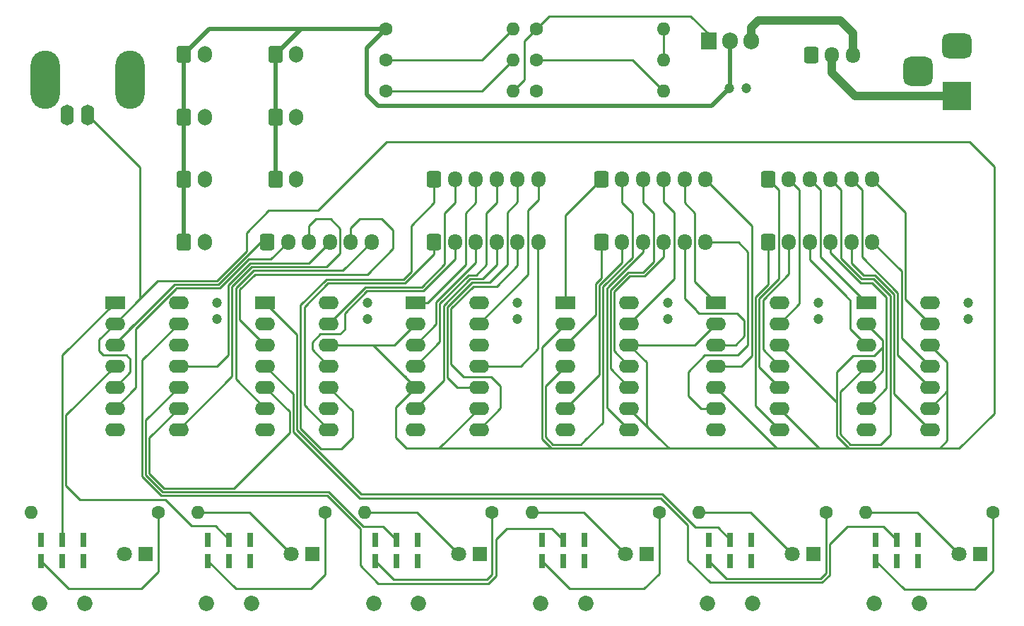
<source format=gbr>
%TF.GenerationSoftware,KiCad,Pcbnew,7.0.8*%
%TF.CreationDate,2024-02-13T18:26:09+01:00*%
%TF.ProjectId,BlankingRelay_Base,426c616e-6b69-46e6-9752-656c61795f42,rev?*%
%TF.SameCoordinates,Original*%
%TF.FileFunction,Copper,L1,Top*%
%TF.FilePolarity,Positive*%
%FSLAX46Y46*%
G04 Gerber Fmt 4.6, Leading zero omitted, Abs format (unit mm)*
G04 Created by KiCad (PCBNEW 7.0.8) date 2024-02-13 18:26:09*
%MOMM*%
%LPD*%
G01*
G04 APERTURE LIST*
G04 Aperture macros list*
%AMRoundRect*
0 Rectangle with rounded corners*
0 $1 Rounding radius*
0 $2 $3 $4 $5 $6 $7 $8 $9 X,Y pos of 4 corners*
0 Add a 4 corners polygon primitive as box body*
4,1,4,$2,$3,$4,$5,$6,$7,$8,$9,$2,$3,0*
0 Add four circle primitives for the rounded corners*
1,1,$1+$1,$2,$3*
1,1,$1+$1,$4,$5*
1,1,$1+$1,$6,$7*
1,1,$1+$1,$8,$9*
0 Add four rect primitives between the rounded corners*
20,1,$1+$1,$2,$3,$4,$5,0*
20,1,$1+$1,$4,$5,$6,$7,0*
20,1,$1+$1,$6,$7,$8,$9,0*
20,1,$1+$1,$8,$9,$2,$3,0*%
G04 Aperture macros list end*
%TA.AperFunction,ComponentPad*%
%ADD10O,1.700000X2.000000*%
%TD*%
%TA.AperFunction,ComponentPad*%
%ADD11RoundRect,0.250000X-0.600000X-0.750000X0.600000X-0.750000X0.600000X0.750000X-0.600000X0.750000X0*%
%TD*%
%TA.AperFunction,ComponentPad*%
%ADD12O,1.700000X1.950000*%
%TD*%
%TA.AperFunction,ComponentPad*%
%ADD13RoundRect,0.250000X-0.600000X-0.725000X0.600000X-0.725000X0.600000X0.725000X-0.600000X0.725000X0*%
%TD*%
%TA.AperFunction,ComponentPad*%
%ADD14R,2.400000X1.600000*%
%TD*%
%TA.AperFunction,ComponentPad*%
%ADD15O,2.400000X1.600000*%
%TD*%
%TA.AperFunction,ComponentPad*%
%ADD16C,1.850000*%
%TD*%
%TA.AperFunction,ComponentPad*%
%ADD17R,0.750000X1.750000*%
%TD*%
%TA.AperFunction,ComponentPad*%
%ADD18C,1.200000*%
%TD*%
%TA.AperFunction,ComponentPad*%
%ADD19C,1.600000*%
%TD*%
%TA.AperFunction,ComponentPad*%
%ADD20O,1.600000X1.600000*%
%TD*%
%TA.AperFunction,ComponentPad*%
%ADD21R,1.800000X1.800000*%
%TD*%
%TA.AperFunction,ComponentPad*%
%ADD22C,1.800000*%
%TD*%
%TA.AperFunction,ComponentPad*%
%ADD23R,1.905000X2.000000*%
%TD*%
%TA.AperFunction,ComponentPad*%
%ADD24O,1.905000X2.000000*%
%TD*%
%TA.AperFunction,ComponentPad*%
%ADD25O,1.600200X2.499360*%
%TD*%
%TA.AperFunction,ComponentPad*%
%ADD26O,3.500120X7.000240*%
%TD*%
%TA.AperFunction,ComponentPad*%
%ADD27R,3.500000X3.500000*%
%TD*%
%TA.AperFunction,ComponentPad*%
%ADD28RoundRect,0.750000X-1.000000X0.750000X-1.000000X-0.750000X1.000000X-0.750000X1.000000X0.750000X0*%
%TD*%
%TA.AperFunction,ComponentPad*%
%ADD29RoundRect,0.875000X-0.875000X0.875000X-0.875000X-0.875000X0.875000X-0.875000X0.875000X0.875000X0*%
%TD*%
%TA.AperFunction,Conductor*%
%ADD30C,0.250000*%
%TD*%
%TA.AperFunction,Conductor*%
%ADD31C,0.500000*%
%TD*%
%TA.AperFunction,Conductor*%
%ADD32C,1.000000*%
%TD*%
G04 APERTURE END LIST*
D10*
%TO.P,J12,2,Pin_2*%
%TO.N,GNDREF*%
X72500000Y-70000000D03*
D11*
%TO.P,J12,1,Pin_1*%
%TO.N,5V*%
X70000000Y-70000000D03*
%TD*%
%TO.P,J13,1,Pin_1*%
%TO.N,5V*%
X81000000Y-70000000D03*
D10*
%TO.P,J13,2,Pin_2*%
%TO.N,GNDREF*%
X83500000Y-70000000D03*
%TD*%
%TO.P,J11,2,Pin_2*%
%TO.N,GNDREF*%
X72500000Y-77500000D03*
D11*
%TO.P,J11,1,Pin_1*%
%TO.N,5V*%
X70000000Y-77500000D03*
%TD*%
D12*
%TO.P,J5,6,Pin_6*%
%TO.N,On_12*%
X112500000Y-70000000D03*
%TO.P,J5,5,Pin_5*%
%TO.N,On_11*%
X110000000Y-70000000D03*
%TO.P,J5,4,Pin_4*%
%TO.N,On_10*%
X107500000Y-70000000D03*
%TO.P,J5,3,Pin_3*%
%TO.N,On_9*%
X105000000Y-70000000D03*
%TO.P,J5,2,Pin_2*%
%TO.N,On_8*%
X102500000Y-70000000D03*
D13*
%TO.P,J5,1,Pin_1*%
%TO.N,On_7*%
X100000000Y-70000000D03*
%TD*%
%TO.P,J6,1,Pin_1*%
%TO.N,Blanking_Out13*%
X120000000Y-77500000D03*
D12*
%TO.P,J6,2,Pin_2*%
%TO.N,Blanking_Out14*%
X122500000Y-77500000D03*
%TO.P,J6,3,Pin_3*%
%TO.N,Blanking_Out15*%
X125000000Y-77500000D03*
%TO.P,J6,4,Pin_4*%
%TO.N,Blanking_Out16*%
X127500000Y-77500000D03*
%TO.P,J6,5,Pin_5*%
%TO.N,Blanking_Out17*%
X130000000Y-77500000D03*
%TO.P,J6,6,Pin_6*%
%TO.N,Blanking_Out18*%
X132500000Y-77500000D03*
%TD*%
D13*
%TO.P,J8,1,Pin_1*%
%TO.N,Blanking_Out19*%
X140000000Y-77500000D03*
D12*
%TO.P,J8,2,Pin_2*%
%TO.N,Blanking_Out20*%
X142500000Y-77500000D03*
%TO.P,J8,3,Pin_3*%
%TO.N,Blanking_Out21*%
X145000000Y-77500000D03*
%TO.P,J8,4,Pin_4*%
%TO.N,Blanking_Out22*%
X147500000Y-77500000D03*
%TO.P,J8,5,Pin_5*%
%TO.N,Blanking_Out23*%
X150000000Y-77500000D03*
%TO.P,J8,6,Pin_6*%
%TO.N,Blanking_Out24*%
X152500000Y-77500000D03*
%TD*%
D10*
%TO.P,J17,2,Pin_2*%
%TO.N,GNDREF*%
X83500000Y-55000000D03*
D11*
%TO.P,J17,1,Pin_1*%
%TO.N,5V*%
X81000000Y-55000000D03*
%TD*%
D10*
%TO.P,J16,2,Pin_2*%
%TO.N,GNDREF*%
X72500000Y-55000000D03*
D11*
%TO.P,J16,1,Pin_1*%
%TO.N,5V*%
X70000000Y-55000000D03*
%TD*%
D10*
%TO.P,J15,2,Pin_2*%
%TO.N,GNDREF*%
X83500000Y-62500000D03*
D11*
%TO.P,J15,1,Pin_1*%
%TO.N,5V*%
X81000000Y-62500000D03*
%TD*%
%TO.P,J14,1,Pin_1*%
%TO.N,5V*%
X70000000Y-62500000D03*
D10*
%TO.P,J14,2,Pin_2*%
%TO.N,GNDREF*%
X72500000Y-62500000D03*
%TD*%
D13*
%TO.P,J9,1,Pin_1*%
%TO.N,On_19*%
X140000000Y-70000000D03*
D12*
%TO.P,J9,2,Pin_2*%
%TO.N,On_20*%
X142500000Y-70000000D03*
%TO.P,J9,3,Pin_3*%
%TO.N,On_21*%
X145000000Y-70000000D03*
%TO.P,J9,4,Pin_4*%
%TO.N,On_22*%
X147500000Y-70000000D03*
%TO.P,J9,5,Pin_5*%
%TO.N,On_23*%
X150000000Y-70000000D03*
%TO.P,J9,6,Pin_6*%
%TO.N,On_24*%
X152500000Y-70000000D03*
%TD*%
D13*
%TO.P,J7,1,Pin_1*%
%TO.N,On_13*%
X120000000Y-70000000D03*
D12*
%TO.P,J7,2,Pin_2*%
%TO.N,On_14*%
X122500000Y-70000000D03*
%TO.P,J7,3,Pin_3*%
%TO.N,On_15*%
X125000000Y-70000000D03*
%TO.P,J7,4,Pin_4*%
%TO.N,On_16*%
X127500000Y-70000000D03*
%TO.P,J7,5,Pin_5*%
%TO.N,On_17*%
X130000000Y-70000000D03*
%TO.P,J7,6,Pin_6*%
%TO.N,On_18*%
X132500000Y-70000000D03*
%TD*%
D13*
%TO.P,J4,1,Pin_1*%
%TO.N,Blanking_Out7*%
X100000000Y-77500000D03*
D12*
%TO.P,J4,2,Pin_2*%
%TO.N,Blanking_Out8*%
X102500000Y-77500000D03*
%TO.P,J4,3,Pin_3*%
%TO.N,Blanking_Out9*%
X105000000Y-77500000D03*
%TO.P,J4,4,Pin_4*%
%TO.N,Blanking_Out10*%
X107500000Y-77500000D03*
%TO.P,J4,5,Pin_5*%
%TO.N,Blanking_Out11*%
X110000000Y-77500000D03*
%TO.P,J4,6,Pin_6*%
%TO.N,Blanking_Out12*%
X112500000Y-77500000D03*
%TD*%
D13*
%TO.P,J3,1,Pin_1*%
%TO.N,Blanking_Out1*%
X80000000Y-77500000D03*
D12*
%TO.P,J3,2,Pin_2*%
%TO.N,Blanking_Out2*%
X82500000Y-77500000D03*
%TO.P,J3,3,Pin_3*%
%TO.N,Blanking_Out3*%
X85000000Y-77500000D03*
%TO.P,J3,4,Pin_4*%
%TO.N,Blanking_Out4*%
X87500000Y-77500000D03*
%TO.P,J3,5,Pin_5*%
%TO.N,Blanking_Out5*%
X90000000Y-77500000D03*
%TO.P,J3,6,Pin_6*%
%TO.N,Blanking_Out6*%
X92500000Y-77500000D03*
%TD*%
D14*
%TO.P,U4,1*%
%TO.N,On_13*%
X115750000Y-84750000D03*
D15*
%TO.P,U4,2*%
%TO.N,Blanking_In*%
X115750000Y-87290000D03*
%TO.P,U4,3*%
%TO.N,Blanking_Out13*%
X115750000Y-89830000D03*
%TO.P,U4,4*%
%TO.N,On_14*%
X115750000Y-92370000D03*
%TO.P,U4,5*%
%TO.N,Blanking_In*%
X115750000Y-94910000D03*
%TO.P,U4,6*%
%TO.N,Blanking_Out14*%
X115750000Y-97450000D03*
%TO.P,U4,7,GND*%
%TO.N,GNDREF*%
X115750000Y-99990000D03*
%TO.P,U4,8*%
%TO.N,Blanking_Out15*%
X123370000Y-99990000D03*
%TO.P,U4,9*%
%TO.N,Blanking_In*%
X123370000Y-97450000D03*
%TO.P,U4,10*%
%TO.N,On_15*%
X123370000Y-94910000D03*
%TO.P,U4,11*%
%TO.N,Blanking_Out16*%
X123370000Y-92370000D03*
%TO.P,U4,12*%
%TO.N,Blanking_In*%
X123370000Y-89830000D03*
%TO.P,U4,13*%
%TO.N,On_16*%
X123370000Y-87290000D03*
%TO.P,U4,14,VCC*%
%TO.N,5V*%
X123370000Y-84750000D03*
%TD*%
D14*
%TO.P,U6,1*%
%TO.N,On_21*%
X151750000Y-84750000D03*
D15*
%TO.P,U6,2*%
%TO.N,Blanking_In*%
X151750000Y-87290000D03*
%TO.P,U6,3*%
%TO.N,Blanking_Out21*%
X151750000Y-89830000D03*
%TO.P,U6,4*%
%TO.N,On_22*%
X151750000Y-92370000D03*
%TO.P,U6,5*%
%TO.N,Blanking_In*%
X151750000Y-94910000D03*
%TO.P,U6,6*%
%TO.N,Blanking_Out22*%
X151750000Y-97450000D03*
%TO.P,U6,7,GND*%
%TO.N,GNDREF*%
X151750000Y-99990000D03*
%TO.P,U6,8*%
%TO.N,Blanking_Out23*%
X159370000Y-99990000D03*
%TO.P,U6,9*%
%TO.N,Blanking_In*%
X159370000Y-97450000D03*
%TO.P,U6,10*%
%TO.N,On_23*%
X159370000Y-94910000D03*
%TO.P,U6,11*%
%TO.N,Blanking_Out24*%
X159370000Y-92370000D03*
%TO.P,U6,12*%
%TO.N,Blanking_In*%
X159370000Y-89830000D03*
%TO.P,U6,13*%
%TO.N,On_24*%
X159370000Y-87290000D03*
%TO.P,U6,14,VCC*%
%TO.N,5V*%
X159370000Y-84750000D03*
%TD*%
D14*
%TO.P,U5,1*%
%TO.N,On_17*%
X133750000Y-84750000D03*
D15*
%TO.P,U5,2*%
%TO.N,Blanking_In*%
X133750000Y-87290000D03*
%TO.P,U5,3*%
%TO.N,Blanking_Out17*%
X133750000Y-89830000D03*
%TO.P,U5,4*%
%TO.N,On_18*%
X133750000Y-92370000D03*
%TO.P,U5,5*%
%TO.N,Blanking_In*%
X133750000Y-94910000D03*
%TO.P,U5,6*%
%TO.N,Blanking_Out18*%
X133750000Y-97450000D03*
%TO.P,U5,7,GND*%
%TO.N,GNDREF*%
X133750000Y-99990000D03*
%TO.P,U5,8*%
%TO.N,Blanking_Out19*%
X141370000Y-99990000D03*
%TO.P,U5,9*%
%TO.N,Blanking_In*%
X141370000Y-97450000D03*
%TO.P,U5,10*%
%TO.N,On_19*%
X141370000Y-94910000D03*
%TO.P,U5,11*%
%TO.N,Blanking_Out20*%
X141370000Y-92370000D03*
%TO.P,U5,12*%
%TO.N,Blanking_In*%
X141370000Y-89830000D03*
%TO.P,U5,13*%
%TO.N,On_20*%
X141370000Y-87290000D03*
%TO.P,U5,14,VCC*%
%TO.N,5V*%
X141370000Y-84750000D03*
%TD*%
D16*
%TO.P,Switch6,*%
%TO.N,*%
X152750000Y-120850000D03*
X158150000Y-120850000D03*
D17*
%TO.P,Switch6,1,A*%
%TO.N,GNDREF*%
X152910000Y-113230000D03*
%TO.P,Switch6,2,B*%
%TO.N,On_6*%
X155450000Y-113230000D03*
%TO.P,Switch6,3,C*%
%TO.N,5V*%
X157990000Y-113230000D03*
%TO.P,Switch6,4,A*%
%TO.N,Net-(R6-Pad1)*%
X152910000Y-115770000D03*
%TO.P,Switch6,5,B*%
%TO.N,5V*%
X155450000Y-115770000D03*
%TO.P,Switch6,6,C*%
%TO.N,unconnected-(Switch6-C-Pad6)*%
X157990000Y-115770000D03*
%TD*%
D14*
%TO.P,U3,1*%
%TO.N,On_9*%
X97750000Y-84750000D03*
D15*
%TO.P,U3,2*%
%TO.N,Blanking_In*%
X97750000Y-87290000D03*
%TO.P,U3,3*%
%TO.N,Blanking_Out9*%
X97750000Y-89830000D03*
%TO.P,U3,4*%
%TO.N,On_10*%
X97750000Y-92370000D03*
%TO.P,U3,5*%
%TO.N,Blanking_In*%
X97750000Y-94910000D03*
%TO.P,U3,6*%
%TO.N,Blanking_Out10*%
X97750000Y-97450000D03*
%TO.P,U3,7,GND*%
%TO.N,GNDREF*%
X97750000Y-99990000D03*
%TO.P,U3,8*%
%TO.N,Blanking_Out11*%
X105370000Y-99990000D03*
%TO.P,U3,9*%
%TO.N,Blanking_In*%
X105370000Y-97450000D03*
%TO.P,U3,10*%
%TO.N,On_11*%
X105370000Y-94910000D03*
%TO.P,U3,11*%
%TO.N,Blanking_Out12*%
X105370000Y-92370000D03*
%TO.P,U3,12*%
%TO.N,Blanking_In*%
X105370000Y-89830000D03*
%TO.P,U3,13*%
%TO.N,On_12*%
X105370000Y-87290000D03*
%TO.P,U3,14,VCC*%
%TO.N,5V*%
X105370000Y-84750000D03*
%TD*%
D14*
%TO.P,U2,1*%
%TO.N,On_5*%
X79750000Y-84750000D03*
D15*
%TO.P,U2,2*%
%TO.N,Blanking_In*%
X79750000Y-87290000D03*
%TO.P,U2,3*%
%TO.N,Blanking_Out5*%
X79750000Y-89830000D03*
%TO.P,U2,4*%
%TO.N,On_6*%
X79750000Y-92370000D03*
%TO.P,U2,5*%
%TO.N,Blanking_In*%
X79750000Y-94910000D03*
%TO.P,U2,6*%
%TO.N,Blanking_Out6*%
X79750000Y-97450000D03*
%TO.P,U2,7,GND*%
%TO.N,GNDREF*%
X79750000Y-99990000D03*
%TO.P,U2,8*%
%TO.N,Blanking_Out7*%
X87370000Y-99990000D03*
%TO.P,U2,9*%
%TO.N,Blanking_In*%
X87370000Y-97450000D03*
%TO.P,U2,10*%
%TO.N,On_7*%
X87370000Y-94910000D03*
%TO.P,U2,11*%
%TO.N,Blanking_Out8*%
X87370000Y-92370000D03*
%TO.P,U2,12*%
%TO.N,Blanking_In*%
X87370000Y-89830000D03*
%TO.P,U2,13*%
%TO.N,On_8*%
X87370000Y-87290000D03*
%TO.P,U2,14,VCC*%
%TO.N,5V*%
X87370000Y-84750000D03*
%TD*%
D14*
%TO.P,U1,1*%
%TO.N,On_1*%
X61750000Y-84750000D03*
D15*
%TO.P,U1,2*%
%TO.N,Blanking_In*%
X61750000Y-87290000D03*
%TO.P,U1,3*%
%TO.N,Blanking_Out1*%
X61750000Y-89830000D03*
%TO.P,U1,4*%
%TO.N,On_2*%
X61750000Y-92370000D03*
%TO.P,U1,5*%
%TO.N,Blanking_In*%
X61750000Y-94910000D03*
%TO.P,U1,6*%
%TO.N,Blanking_Out2*%
X61750000Y-97450000D03*
%TO.P,U1,7,GND*%
%TO.N,GNDREF*%
X61750000Y-99990000D03*
%TO.P,U1,8*%
%TO.N,Blanking_Out3*%
X69370000Y-99990000D03*
%TO.P,U1,9*%
%TO.N,Blanking_In*%
X69370000Y-97450000D03*
%TO.P,U1,10*%
%TO.N,On_3*%
X69370000Y-94910000D03*
%TO.P,U1,11*%
%TO.N,Blanking_Out4*%
X69370000Y-92370000D03*
%TO.P,U1,12*%
%TO.N,Blanking_In*%
X69370000Y-89830000D03*
%TO.P,U1,13*%
%TO.N,On_4*%
X69370000Y-87290000D03*
%TO.P,U1,14,VCC*%
%TO.N,5V*%
X69370000Y-84750000D03*
%TD*%
D18*
%TO.P,C7,1*%
%TO.N,5V*%
X164000000Y-84750000D03*
%TO.P,C7,2*%
%TO.N,GNDREF*%
X164000000Y-86750000D03*
%TD*%
%TO.P,C6,1*%
%TO.N,5V*%
X146000000Y-84750000D03*
%TO.P,C6,2*%
%TO.N,GNDREF*%
X146000000Y-86750000D03*
%TD*%
%TO.P,C5,1*%
%TO.N,5V*%
X128000000Y-84750000D03*
%TO.P,C5,2*%
%TO.N,GNDREF*%
X128000000Y-86750000D03*
%TD*%
%TO.P,C4,1*%
%TO.N,5V*%
X110000000Y-84750000D03*
%TO.P,C4,2*%
%TO.N,GNDREF*%
X110000000Y-86750000D03*
%TD*%
%TO.P,C3,1*%
%TO.N,5V*%
X92000000Y-84750000D03*
%TO.P,C3,2*%
%TO.N,GNDREF*%
X92000000Y-86750000D03*
%TD*%
%TO.P,C2,1*%
%TO.N,5V*%
X74000000Y-84750000D03*
%TO.P,C2,2*%
%TO.N,GNDREF*%
X74000000Y-86750000D03*
%TD*%
D19*
%TO.P,R2,1*%
%TO.N,Net-(R2-Pad1)*%
X86950000Y-109950000D03*
D20*
%TO.P,R2,2*%
%TO.N,Net-(D2-A)*%
X71710000Y-109950000D03*
%TD*%
D21*
%TO.P,D2,1,K*%
%TO.N,GNDREF*%
X85450000Y-114950000D03*
D22*
%TO.P,D2,2,A*%
%TO.N,Net-(D2-A)*%
X82910000Y-114950000D03*
%TD*%
D19*
%TO.P,R10,1*%
%TO.N,Net-(R10-Pad1)*%
X94210000Y-55650000D03*
D20*
%TO.P,R10,2*%
%TO.N,Net-(R10-Pad2)*%
X109450000Y-55650000D03*
%TD*%
D16*
%TO.P,Switch5,*%
%TO.N,*%
X132750000Y-120850000D03*
X138150000Y-120850000D03*
D17*
%TO.P,Switch5,1,A*%
%TO.N,GNDREF*%
X132910000Y-113230000D03*
%TO.P,Switch5,2,B*%
%TO.N,On_5*%
X135450000Y-113230000D03*
%TO.P,Switch5,3,C*%
%TO.N,5V*%
X137990000Y-113230000D03*
%TO.P,Switch5,4,A*%
%TO.N,Net-(R5-Pad1)*%
X132910000Y-115770000D03*
%TO.P,Switch5,5,B*%
%TO.N,5V*%
X135450000Y-115770000D03*
%TO.P,Switch5,6,C*%
%TO.N,unconnected-(Switch5-C-Pad6)*%
X137990000Y-115770000D03*
%TD*%
D23*
%TO.P,U7,1,ADJ*%
%TO.N,Net-(U7-ADJ)*%
X132870000Y-53350000D03*
D24*
%TO.P,U7,2,VO*%
%TO.N,5V*%
X135410000Y-53350000D03*
%TO.P,U7,3,VI*%
%TO.N,+12V*%
X137950000Y-53350000D03*
%TD*%
D21*
%TO.P,D5,1,K*%
%TO.N,GNDREF*%
X145450000Y-114950000D03*
D22*
%TO.P,D5,2,A*%
%TO.N,Net-(D5-A)*%
X142910000Y-114950000D03*
%TD*%
D19*
%TO.P,R9,1*%
%TO.N,Net-(R11-Pad2)*%
X112230000Y-55650000D03*
D20*
%TO.P,R9,2*%
%TO.N,Net-(R7-Pad2)*%
X127470000Y-55650000D03*
%TD*%
D21*
%TO.P,D6,1,K*%
%TO.N,GNDREF*%
X165450000Y-114950000D03*
D22*
%TO.P,D6,2,A*%
%TO.N,Net-(D6-A)*%
X162910000Y-114950000D03*
%TD*%
D13*
%TO.P,J1,1,Pin_1*%
%TO.N,GNDREF*%
X145150000Y-55050000D03*
D12*
%TO.P,J1,2,Pin_2*%
%TO.N,Net-(J1-Pin_2)*%
X147650000Y-55050000D03*
%TO.P,J1,3,Pin_3*%
%TO.N,+12V*%
X150150000Y-55050000D03*
%TD*%
D25*
%TO.P,J2,1,In*%
%TO.N,Blanking_In*%
X58500000Y-62301050D03*
D26*
%TO.P,J2,2,Ext*%
%TO.N,GNDREF*%
X53402220Y-58036390D03*
D25*
X56000640Y-62301050D03*
D26*
X63600320Y-58036390D03*
%TD*%
D27*
%TO.P,J10,1*%
%TO.N,Net-(J1-Pin_2)*%
X162650000Y-60000000D03*
D28*
%TO.P,J10,2*%
%TO.N,GNDREF*%
X162650000Y-54000000D03*
D29*
X157950000Y-57000000D03*
%TD*%
D18*
%TO.P,C1,2*%
%TO.N,GNDREF*%
X137400000Y-59050000D03*
%TO.P,C1,1*%
%TO.N,5V*%
X135400000Y-59050000D03*
%TD*%
D16*
%TO.P,Switch2,*%
%TO.N,*%
X72750000Y-120850000D03*
X78150000Y-120850000D03*
D17*
%TO.P,Switch2,1,A*%
%TO.N,GNDREF*%
X72910000Y-113230000D03*
%TO.P,Switch2,2,B*%
%TO.N,On_2*%
X75450000Y-113230000D03*
%TO.P,Switch2,3,C*%
%TO.N,5V*%
X77990000Y-113230000D03*
%TO.P,Switch2,4,A*%
%TO.N,Net-(R2-Pad1)*%
X72910000Y-115770000D03*
%TO.P,Switch2,5,B*%
%TO.N,5V*%
X75450000Y-115770000D03*
%TO.P,Switch2,6,C*%
%TO.N,unconnected-(Switch2-C-Pad6)*%
X77990000Y-115770000D03*
%TD*%
D16*
%TO.P,Switch4,*%
%TO.N,*%
X112750000Y-120850000D03*
X118150000Y-120850000D03*
D17*
%TO.P,Switch4,1,A*%
%TO.N,GNDREF*%
X112910000Y-113230000D03*
%TO.P,Switch4,2,B*%
%TO.N,On_4*%
X115450000Y-113230000D03*
%TO.P,Switch4,3,C*%
%TO.N,5V*%
X117990000Y-113230000D03*
%TO.P,Switch4,4,A*%
%TO.N,Net-(R4-Pad1)*%
X112910000Y-115770000D03*
%TO.P,Switch4,5,B*%
%TO.N,5V*%
X115450000Y-115770000D03*
%TO.P,Switch4,6,C*%
%TO.N,unconnected-(Switch4-C-Pad6)*%
X117990000Y-115770000D03*
%TD*%
D16*
%TO.P,Switch3,*%
%TO.N,*%
X92750000Y-120850000D03*
X98150000Y-120850000D03*
D17*
%TO.P,Switch3,1,A*%
%TO.N,GNDREF*%
X92910000Y-113230000D03*
%TO.P,Switch3,2,B*%
%TO.N,On_3*%
X95450000Y-113230000D03*
%TO.P,Switch3,3,C*%
%TO.N,5V*%
X97990000Y-113230000D03*
%TO.P,Switch3,4,A*%
%TO.N,Net-(R3-Pad1)*%
X92910000Y-115770000D03*
%TO.P,Switch3,5,B*%
%TO.N,5V*%
X95450000Y-115770000D03*
%TO.P,Switch3,6,C*%
%TO.N,unconnected-(Switch3-C-Pad6)*%
X97990000Y-115770000D03*
%TD*%
D19*
%TO.P,R4,1*%
%TO.N,Net-(R4-Pad1)*%
X126950000Y-109950000D03*
D20*
%TO.P,R4,2*%
%TO.N,Net-(D4-A)*%
X111710000Y-109950000D03*
%TD*%
D19*
%TO.P,R3,1*%
%TO.N,Net-(R3-Pad1)*%
X106950000Y-109950000D03*
D20*
%TO.P,R3,2*%
%TO.N,Net-(D3-A)*%
X91710000Y-109950000D03*
%TD*%
D21*
%TO.P,D1,1,K*%
%TO.N,GNDREF*%
X65450000Y-114950000D03*
D22*
%TO.P,D1,2,A*%
%TO.N,Net-(D1-A)*%
X62910000Y-114950000D03*
%TD*%
D19*
%TO.P,R5,1*%
%TO.N,Net-(R5-Pad1)*%
X146950000Y-109950000D03*
D20*
%TO.P,R5,2*%
%TO.N,Net-(D5-A)*%
X131710000Y-109950000D03*
%TD*%
D16*
%TO.P,Switch1,*%
%TO.N,*%
X52750000Y-120850000D03*
X58150000Y-120850000D03*
D17*
%TO.P,Switch1,1,A*%
%TO.N,GNDREF*%
X52910000Y-113230000D03*
%TO.P,Switch1,2,B*%
%TO.N,On_1*%
X55450000Y-113230000D03*
%TO.P,Switch1,3,C*%
%TO.N,5V*%
X57990000Y-113230000D03*
%TO.P,Switch1,4,A*%
%TO.N,Net-(R1-Pad1)*%
X52910000Y-115770000D03*
%TO.P,Switch1,5,B*%
%TO.N,5V*%
X55450000Y-115770000D03*
%TO.P,Switch1,6,C*%
%TO.N,unconnected-(Switch1-C-Pad6)*%
X57990000Y-115770000D03*
%TD*%
D19*
%TO.P,R12,1*%
%TO.N,5V*%
X94190000Y-51950000D03*
D20*
%TO.P,R12,2*%
%TO.N,Net-(R10-Pad1)*%
X109430000Y-51950000D03*
%TD*%
D19*
%TO.P,R7,1*%
%TO.N,Net-(U7-ADJ)*%
X112230000Y-51950000D03*
D20*
%TO.P,R7,2*%
%TO.N,Net-(R7-Pad2)*%
X127470000Y-51950000D03*
%TD*%
D21*
%TO.P,D4,1,K*%
%TO.N,GNDREF*%
X125450000Y-114950000D03*
D22*
%TO.P,D4,2,A*%
%TO.N,Net-(D4-A)*%
X122910000Y-114950000D03*
%TD*%
D19*
%TO.P,R6,1*%
%TO.N,Net-(R6-Pad1)*%
X166950000Y-109950000D03*
D20*
%TO.P,R6,2*%
%TO.N,Net-(D6-A)*%
X151710000Y-109950000D03*
%TD*%
D19*
%TO.P,R8,1*%
%TO.N,Net-(R10-Pad2)*%
X94230000Y-59350000D03*
D20*
%TO.P,R8,2*%
%TO.N,Net-(U7-ADJ)*%
X109470000Y-59350000D03*
%TD*%
D21*
%TO.P,D3,1,K*%
%TO.N,GNDREF*%
X105450000Y-114950000D03*
D22*
%TO.P,D3,2,A*%
%TO.N,Net-(D3-A)*%
X102910000Y-114950000D03*
%TD*%
D19*
%TO.P,R11,1*%
%TO.N,GNDREF*%
X112230000Y-59350000D03*
D20*
%TO.P,R11,2*%
%TO.N,Net-(R11-Pad2)*%
X127470000Y-59350000D03*
%TD*%
D19*
%TO.P,R1,1*%
%TO.N,Net-(R1-Pad1)*%
X66950000Y-109950000D03*
D20*
%TO.P,R1,2*%
%TO.N,Net-(D1-A)*%
X51710000Y-109950000D03*
%TD*%
D30*
%TO.N,Blanking_In*%
X162900000Y-102225000D02*
X159275000Y-102225000D01*
X167075000Y-98050000D02*
X162900000Y-102225000D01*
X167075000Y-68425000D02*
X167075000Y-98050000D01*
X164150000Y-65500000D02*
X167075000Y-68425000D01*
X94275000Y-65500000D02*
X164150000Y-65500000D01*
X86050000Y-73725000D02*
X94275000Y-65500000D01*
X80175000Y-73725000D02*
X86050000Y-73725000D01*
X77500000Y-76400000D02*
X80175000Y-73725000D01*
X77500000Y-78593020D02*
X77500000Y-76400000D01*
X73943020Y-82150000D02*
X77500000Y-78593020D01*
X66890000Y-82150000D02*
X73943020Y-82150000D01*
X64557500Y-84482500D02*
X66890000Y-82150000D01*
X64557500Y-84482500D02*
X64750000Y-84290000D01*
X61750000Y-87290000D02*
X64557500Y-84482500D01*
X159275000Y-102225000D02*
X151100000Y-102225000D01*
X160575000Y-102225000D02*
X159275000Y-102225000D01*
X64750000Y-69700000D02*
X64750000Y-68551050D01*
X64750000Y-68551050D02*
X58500000Y-62301050D01*
D31*
%TO.N,5V*%
X70000000Y-70000000D02*
X70000000Y-77500000D01*
X70000000Y-62500000D02*
X70000000Y-70000000D01*
X70000000Y-55000000D02*
X70000000Y-62500000D01*
X81000000Y-62500000D02*
X81000000Y-70000000D01*
X81000000Y-55000000D02*
X81000000Y-62500000D01*
X73050000Y-51950000D02*
X70000000Y-55000000D01*
X84050000Y-51950000D02*
X73050000Y-51950000D01*
X84050000Y-51950000D02*
X81000000Y-55000000D01*
X94190000Y-51950000D02*
X84050000Y-51950000D01*
D30*
%TO.N,Blanking_In*%
X64750000Y-69275000D02*
X64750000Y-68800000D01*
X64750000Y-69700000D02*
X64750000Y-69275000D01*
X64750000Y-84290000D02*
X64750000Y-69700000D01*
X95210000Y-89830000D02*
X87370000Y-89830000D01*
X97750000Y-87290000D02*
X95210000Y-89830000D01*
X92670000Y-89830000D02*
X97750000Y-94910000D01*
X87370000Y-89830000D02*
X92670000Y-89830000D01*
%TO.N,Blanking_Out8*%
X102500000Y-79536396D02*
X102500000Y-77500000D01*
X98681396Y-83355000D02*
X102500000Y-79536396D01*
X89275000Y-88025000D02*
X89275000Y-86021396D01*
X86325000Y-88550000D02*
X88750000Y-88550000D01*
X88750000Y-88550000D02*
X89275000Y-88025000D01*
X91941396Y-83355000D02*
X98681396Y-83355000D01*
X85375000Y-89500000D02*
X86325000Y-88550000D01*
X85375000Y-90375000D02*
X85375000Y-89500000D01*
X87370000Y-92370000D02*
X85375000Y-90375000D01*
X89275000Y-86021396D02*
X91941396Y-83355000D01*
%TO.N,Blanking_In*%
X61750000Y-94910000D02*
X63600000Y-93060000D01*
X63600000Y-91525000D02*
X63600000Y-93060000D01*
X60375000Y-91075000D02*
X63150000Y-91075000D01*
X63150000Y-91075000D02*
X63600000Y-91525000D01*
X59850000Y-90550000D02*
X60375000Y-91075000D01*
X61750000Y-87290000D02*
X59850000Y-89190000D01*
X59850000Y-89190000D02*
X59850000Y-90550000D01*
%TO.N,Blanking_Out1*%
X68863604Y-82600000D02*
X72875000Y-82600000D01*
X61750000Y-89713604D02*
X68863604Y-82600000D01*
X61750000Y-89830000D02*
X61750000Y-89713604D01*
X68863604Y-82600000D02*
X74129416Y-82600000D01*
X74129416Y-82600000D02*
X79229416Y-77500000D01*
X79229416Y-77500000D02*
X80000000Y-77500000D01*
X63427500Y-88036104D02*
X68863604Y-82600000D01*
%TO.N,Blanking_Out2*%
X69050000Y-83075000D02*
X69050000Y-83050000D01*
X64227500Y-89325000D02*
X64227500Y-87897500D01*
X64227500Y-87897500D02*
X69050000Y-83075000D01*
X74315812Y-83050000D02*
X69050000Y-83050000D01*
X64227500Y-89325000D02*
X64227500Y-94972500D01*
X77790812Y-79575000D02*
X74315812Y-83050000D01*
X80425000Y-79575000D02*
X77790812Y-79575000D01*
X82500000Y-77500000D02*
X80425000Y-79575000D01*
%TO.N,Blanking_Out4*%
X74005000Y-92370000D02*
X69370000Y-92370000D01*
X75350000Y-82652208D02*
X75350000Y-91025000D01*
X75350000Y-91025000D02*
X74005000Y-92370000D01*
X77977208Y-80025000D02*
X75350000Y-82652208D01*
X84975000Y-80025000D02*
X77977208Y-80025000D01*
X87500000Y-77500000D02*
X84975000Y-80025000D01*
%TO.N,Blanking_Out3*%
X85000000Y-75575000D02*
X85000000Y-77500000D01*
X85825000Y-74750000D02*
X85000000Y-75575000D01*
X87600000Y-74750000D02*
X85825000Y-74750000D01*
X88750000Y-75900000D02*
X87600000Y-74750000D01*
X88750000Y-78825000D02*
X88750000Y-75900000D01*
X87100000Y-80475000D02*
X88750000Y-78825000D01*
X78163604Y-80475000D02*
X87100000Y-80475000D01*
X75800000Y-82838604D02*
X78163604Y-80475000D01*
X75800000Y-93560000D02*
X75800000Y-82838604D01*
X69370000Y-99990000D02*
X75800000Y-93560000D01*
%TO.N,Blanking_Out2*%
X63800000Y-95400000D02*
X61750000Y-97450000D01*
X64227500Y-94972500D02*
X63800000Y-95400000D01*
X64050000Y-95150000D02*
X63800000Y-95400000D01*
%TO.N,Blanking_Out5*%
X76700000Y-83211396D02*
X76700000Y-86780000D01*
X91975000Y-81375000D02*
X78536396Y-81375000D01*
X78536396Y-81375000D02*
X76700000Y-83211396D01*
X95075000Y-76100000D02*
X95075000Y-78275000D01*
X95075000Y-78275000D02*
X91975000Y-81375000D01*
X91050000Y-74750000D02*
X93725000Y-74750000D01*
X93725000Y-74750000D02*
X95075000Y-76100000D01*
X90000000Y-75800000D02*
X91050000Y-74750000D01*
X90000000Y-77500000D02*
X90000000Y-75800000D01*
X76700000Y-86780000D02*
X79750000Y-89830000D01*
%TO.N,Blanking_Out6*%
X89075000Y-80925000D02*
X92500000Y-77500000D01*
X76250000Y-83025000D02*
X78350000Y-80925000D01*
X78350000Y-80925000D02*
X89075000Y-80925000D01*
X79750000Y-97450000D02*
X76250000Y-93950000D01*
X76250000Y-93950000D02*
X76250000Y-83025000D01*
%TO.N,On_11*%
X110000000Y-72675000D02*
X110000000Y-70000000D01*
X104513604Y-82350000D02*
X106650000Y-82350000D01*
X101590000Y-85273604D02*
X104513604Y-82350000D01*
X108750000Y-73925000D02*
X110000000Y-72675000D01*
X101590000Y-93725000D02*
X101590000Y-85273604D01*
X102775000Y-94910000D02*
X101590000Y-93725000D01*
X106650000Y-82350000D02*
X108750000Y-80250000D01*
X105370000Y-94910000D02*
X102775000Y-94910000D01*
X108750000Y-80250000D02*
X108750000Y-73925000D01*
%TO.N,Blanking_In*%
X96668878Y-102225000D02*
X99725000Y-102225000D01*
X95367500Y-100923622D02*
X96668878Y-102225000D01*
X95367500Y-97292500D02*
X95367500Y-100923622D01*
X97750000Y-94910000D02*
X95367500Y-97292500D01*
X96465000Y-93625000D02*
X97750000Y-94910000D01*
%TO.N,Blanking_Out7*%
X100000000Y-78955000D02*
X100000000Y-77500000D01*
X96500000Y-82455000D02*
X100000000Y-78955000D01*
X84462500Y-97082500D02*
X84462500Y-85262500D01*
X87270000Y-82455000D02*
X96500000Y-82455000D01*
X87370000Y-99990000D02*
X84462500Y-97082500D01*
X84462500Y-85262500D02*
X87270000Y-82455000D01*
%TO.N,On_7*%
X100000000Y-72800000D02*
X100000000Y-70000000D01*
X97250000Y-75550000D02*
X100000000Y-72800000D01*
X97250000Y-81068604D02*
X97250000Y-75550000D01*
X96313604Y-82005000D02*
X97250000Y-81068604D01*
X90200000Y-100925000D02*
X88850000Y-102275000D01*
X90200000Y-97740000D02*
X90200000Y-100925000D01*
X84012500Y-85076104D02*
X87083604Y-82005000D01*
X87083604Y-82005000D02*
X96313604Y-82005000D01*
X87370000Y-94910000D02*
X90200000Y-97740000D01*
X88850000Y-102275000D02*
X86411396Y-102275000D01*
X86411396Y-102275000D02*
X84012500Y-99876104D01*
X84012500Y-99876104D02*
X84012500Y-85076104D01*
%TO.N,On_8*%
X101250000Y-74025000D02*
X101250000Y-80150000D01*
X101250000Y-80150000D02*
X98495000Y-82905000D01*
X98495000Y-82905000D02*
X91755000Y-82905000D01*
X102500000Y-72775000D02*
X101250000Y-74025000D01*
X87370000Y-87290000D02*
X91755000Y-82905000D01*
X102500000Y-70000000D02*
X102500000Y-72775000D01*
%TO.N,On_9*%
X103750000Y-74025000D02*
X103750000Y-80200000D01*
X99200000Y-84750000D02*
X97750000Y-84750000D01*
X105000000Y-72775000D02*
X103750000Y-74025000D01*
X103750000Y-80200000D02*
X99200000Y-84750000D01*
X105000000Y-70000000D02*
X105000000Y-72775000D01*
%TO.N,On_10*%
X104140812Y-81450000D02*
X105025000Y-81450000D01*
X106275000Y-74025000D02*
X107500000Y-72800000D01*
X100690000Y-84900812D02*
X104140812Y-81450000D01*
X100690000Y-89430000D02*
X100690000Y-84900812D01*
X105025000Y-81450000D02*
X106275000Y-80200000D01*
X97750000Y-92370000D02*
X100690000Y-89430000D01*
X106275000Y-80200000D02*
X106275000Y-74025000D01*
X107500000Y-72800000D02*
X107500000Y-70000000D01*
%TO.N,Blanking_Out10*%
X101140000Y-94060000D02*
X97750000Y-97450000D01*
X105800000Y-81900000D02*
X104327208Y-81900000D01*
X104327208Y-81900000D02*
X101140000Y-85087208D01*
X107500000Y-77500000D02*
X107500000Y-80200000D01*
X107500000Y-80200000D02*
X105800000Y-81900000D01*
X101140000Y-85087208D02*
X101140000Y-94060000D01*
%TO.N,Blanking_Out9*%
X105000000Y-79954416D02*
X105000000Y-77500000D01*
X100240000Y-84714416D02*
X105000000Y-79954416D01*
X100240000Y-87340000D02*
X100240000Y-84714416D01*
X97750000Y-89830000D02*
X100240000Y-87340000D01*
%TO.N,Blanking_In*%
X100595000Y-102225000D02*
X99725000Y-102225000D01*
X105370000Y-97450000D02*
X100595000Y-102225000D01*
X110145000Y-102225000D02*
X99725000Y-102225000D01*
%TO.N,Blanking_Out11*%
X110000000Y-80325000D02*
X110000000Y-77500000D01*
X104700000Y-82800000D02*
X107525000Y-82800000D01*
X102040000Y-92125000D02*
X102040000Y-85460000D01*
X102040000Y-85460000D02*
X104700000Y-82800000D01*
X107525000Y-82800000D02*
X110000000Y-80325000D01*
X107925000Y-94775000D02*
X106800000Y-93650000D01*
X106800000Y-93650000D02*
X103565000Y-93650000D01*
X103565000Y-93650000D02*
X102040000Y-92125000D01*
X107925000Y-97435000D02*
X107925000Y-94775000D01*
X105370000Y-99990000D02*
X107925000Y-97435000D01*
%TO.N,On_12*%
X105370000Y-87290000D02*
X111275000Y-81385000D01*
X111275000Y-81385000D02*
X111275000Y-73675000D01*
X111275000Y-73675000D02*
X112500000Y-72450000D01*
X112500000Y-72450000D02*
X112500000Y-70000000D01*
%TO.N,Blanking_Out12*%
X110405000Y-92370000D02*
X112450000Y-90325000D01*
X105370000Y-92370000D02*
X110405000Y-92370000D01*
X112450000Y-77550000D02*
X112450000Y-90325000D01*
X112500000Y-77500000D02*
X112450000Y-77550000D01*
%TO.N,On_13*%
X115750000Y-74250000D02*
X120000000Y-70000000D01*
X115750000Y-84750000D02*
X115750000Y-74250000D01*
%TO.N,Blanking_Out13*%
X120000000Y-81818020D02*
X120000000Y-77500000D01*
X119325000Y-82493020D02*
X120000000Y-81818020D01*
X117490000Y-88090000D02*
X119325000Y-86255000D01*
X119325000Y-86255000D02*
X119325000Y-82493020D01*
X117490000Y-88090000D02*
X115750000Y-89830000D01*
X117750000Y-87830000D02*
X117490000Y-88090000D01*
%TO.N,Blanking_Out14*%
X122500000Y-79954416D02*
X119775000Y-82679416D01*
X119775000Y-82679416D02*
X119775000Y-93425000D01*
X122500000Y-77500000D02*
X122500000Y-79954416D01*
X115750000Y-97450000D02*
X117762500Y-95437500D01*
X117762500Y-95437500D02*
X118200000Y-95000000D01*
X119775000Y-93425000D02*
X117762500Y-95437500D01*
%TO.N,On_14*%
X120225000Y-99150000D02*
X118125000Y-101250000D01*
X120225000Y-82865812D02*
X120225000Y-99150000D01*
X123750000Y-79340812D02*
X120225000Y-82865812D01*
X123750000Y-74000000D02*
X123750000Y-79340812D01*
X122500000Y-72750000D02*
X123750000Y-74000000D01*
X122500000Y-70000000D02*
X122500000Y-72750000D01*
X118125000Y-101250000D02*
X118650000Y-100725000D01*
X117600000Y-101775000D02*
X118125000Y-101250000D01*
%TO.N,Blanking_Out15*%
X120675000Y-83052208D02*
X120675000Y-97295000D01*
X120976104Y-82751104D02*
X120675000Y-83052208D01*
X120827500Y-97447500D02*
X123370000Y-99990000D01*
X125000000Y-78727208D02*
X120976104Y-82751104D01*
X120675000Y-97295000D02*
X120827500Y-97447500D01*
X125000000Y-77500000D02*
X125000000Y-78727208D01*
%TO.N,On_15*%
X126275000Y-74000000D02*
X125000000Y-72725000D01*
X125000000Y-72725000D02*
X125000000Y-70000000D01*
X126275000Y-79888604D02*
X126275000Y-74000000D01*
X123238604Y-81125000D02*
X125038604Y-81125000D01*
X121125000Y-92665000D02*
X121125000Y-83238604D01*
X121125000Y-83238604D02*
X123238604Y-81125000D01*
X125038604Y-81125000D02*
X126275000Y-79888604D01*
X123370000Y-94910000D02*
X121125000Y-92665000D01*
%TO.N,On_16*%
X127500000Y-72675000D02*
X128750000Y-73925000D01*
X128750000Y-73925000D02*
X128750000Y-81910000D01*
X127500000Y-70000000D02*
X127500000Y-72675000D01*
X128750000Y-81910000D02*
X123370000Y-87290000D01*
%TO.N,Blanking_Out16*%
X127500000Y-79300000D02*
X127500000Y-77500000D01*
X125225000Y-81575000D02*
X127500000Y-79300000D01*
X121575000Y-83425000D02*
X123425000Y-81575000D01*
X121575000Y-90575000D02*
X121575000Y-83425000D01*
X123370000Y-92370000D02*
X121575000Y-90575000D01*
X123425000Y-81575000D02*
X125225000Y-81575000D01*
%TO.N,Blanking_Out17*%
X130000000Y-84275000D02*
X130612500Y-84887500D01*
X130000000Y-77500000D02*
X130000000Y-84275000D01*
X130612500Y-84887500D02*
X131375000Y-85650000D01*
%TO.N,On_17*%
X131250000Y-82250000D02*
X132262500Y-83262500D01*
X131250000Y-74025000D02*
X131250000Y-82250000D01*
X130000000Y-70000000D02*
X130000000Y-72775000D01*
X130000000Y-72775000D02*
X131250000Y-74025000D01*
X132262500Y-83262500D02*
X133750000Y-84750000D01*
X131825000Y-82825000D02*
X132262500Y-83262500D01*
%TO.N,Blanking_Out18*%
X137595000Y-78670000D02*
X137595000Y-82125000D01*
X136425000Y-77500000D02*
X137595000Y-78670000D01*
X132500000Y-77500000D02*
X136425000Y-77500000D01*
X137595000Y-89825000D02*
X137595000Y-82125000D01*
X137595000Y-82125000D02*
X137595000Y-81981396D01*
%TO.N,On_18*%
X138045000Y-75545000D02*
X132500000Y-70000000D01*
X138045000Y-81900000D02*
X138045000Y-75545000D01*
X138045000Y-81900000D02*
X138045000Y-81795000D01*
X138045000Y-91130000D02*
X138045000Y-81900000D01*
%TO.N,On_19*%
X141275000Y-71275000D02*
X141275000Y-76775000D01*
X141087500Y-71087500D02*
X141275000Y-71275000D01*
X141275000Y-76775000D02*
X141275000Y-81933604D01*
X141275000Y-75325000D02*
X141275000Y-76775000D01*
X141087500Y-71087500D02*
X140000000Y-70000000D01*
X141325000Y-71325000D02*
X141087500Y-71087500D01*
X141325000Y-71625000D02*
X141325000Y-71325000D01*
%TO.N,On_21*%
X146250000Y-71225000D02*
X146250000Y-79250000D01*
X146125000Y-71100000D02*
X146250000Y-71225000D01*
X146100000Y-71100000D02*
X146125000Y-71100000D01*
X146250000Y-79250000D02*
X151750000Y-84750000D01*
X145000000Y-70000000D02*
X146100000Y-71100000D01*
%TO.N,Blanking_Out19*%
X138495000Y-84077208D02*
X138495000Y-84300000D01*
X140000000Y-77500000D02*
X140000000Y-82572208D01*
X138495000Y-97115000D02*
X138495000Y-84300000D01*
X140000000Y-82572208D02*
X138495000Y-84077208D01*
%TO.N,On_19*%
X138945000Y-84263604D02*
X138945000Y-84400000D01*
X141275000Y-81933604D02*
X138945000Y-84263604D01*
X138945000Y-84400000D02*
X138945000Y-92485000D01*
%TO.N,Blanking_Out20*%
X142500000Y-81345000D02*
X139395000Y-84450000D01*
X142500000Y-77500000D02*
X142500000Y-81345000D01*
X139395000Y-90395000D02*
X139395000Y-84450000D01*
%TO.N,On_20*%
X143750000Y-84910000D02*
X141370000Y-87290000D01*
X143750000Y-71250000D02*
X143750000Y-84910000D01*
X142500000Y-70000000D02*
X143750000Y-71250000D01*
%TO.N,On_23*%
X155550000Y-83590812D02*
X155550000Y-91090000D01*
X151275000Y-79315812D02*
X155550000Y-83590812D01*
X151275000Y-71275000D02*
X151275000Y-79315812D01*
X150000000Y-70000000D02*
X151275000Y-71275000D01*
X155550000Y-91090000D02*
X159370000Y-94910000D01*
%TO.N,Blanking_Out23*%
X152785292Y-81462500D02*
X155100000Y-83777208D01*
X151423896Y-81462500D02*
X152785292Y-81462500D01*
X155100000Y-83777208D02*
X155100000Y-95720000D01*
X150000000Y-80038604D02*
X151423896Y-81462500D01*
X150000000Y-77500000D02*
X150000000Y-80038604D01*
X155100000Y-95720000D02*
X159370000Y-99990000D01*
%TO.N,On_22*%
X148675000Y-95445000D02*
X151750000Y-92370000D01*
X148675000Y-100575000D02*
X148675000Y-95445000D01*
X149875000Y-101775000D02*
X148675000Y-100575000D01*
X154650000Y-100625000D02*
X153500000Y-101775000D01*
X151237500Y-81912500D02*
X152598896Y-81912500D01*
X148750000Y-79425000D02*
X151237500Y-81912500D01*
X148750000Y-71250000D02*
X148750000Y-79425000D01*
X152598896Y-81912500D02*
X154650000Y-83963604D01*
X154650000Y-83963604D02*
X154650000Y-100625000D01*
X147500000Y-70000000D02*
X148750000Y-71250000D01*
X153500000Y-101775000D02*
X149875000Y-101775000D01*
%TO.N,Blanking_Out21*%
X145000000Y-79625000D02*
X149300000Y-83925000D01*
X149300000Y-83925000D02*
X149875000Y-84500000D01*
X148725000Y-83350000D02*
X149300000Y-83925000D01*
X145000000Y-77500000D02*
X145000000Y-79625000D01*
%TO.N,Blanking_Out22*%
X151138604Y-82450000D02*
X152225000Y-82450000D01*
X147500000Y-78811396D02*
X151138604Y-82450000D01*
X147500000Y-77500000D02*
X147500000Y-78811396D01*
X152500000Y-82450000D02*
X152225000Y-82450000D01*
%TO.N,Blanking_Out24*%
X156000000Y-81000000D02*
X152500000Y-77500000D01*
X156000000Y-83650000D02*
X156000000Y-81000000D01*
X156000000Y-83650000D02*
X156000000Y-89000000D01*
X156000000Y-83404416D02*
X156000000Y-83650000D01*
%TO.N,On_24*%
X156450000Y-73950000D02*
X152500000Y-70000000D01*
X156450000Y-81500000D02*
X156450000Y-73950000D01*
X156450000Y-81500000D02*
X156450000Y-80550000D01*
X156450000Y-82550000D02*
X156450000Y-81500000D01*
D31*
%TO.N,5V*%
X133262500Y-61187500D02*
X93300000Y-61187500D01*
X135410000Y-53350000D02*
X135410000Y-59040000D01*
X135400000Y-59050000D02*
X133262500Y-61187500D01*
D30*
X135410000Y-59040000D02*
X135400000Y-59050000D01*
%TO.N,Blanking_Out18*%
X132425000Y-91075000D02*
X136345000Y-91075000D01*
X136345000Y-91075000D02*
X137595000Y-89825000D01*
X130450000Y-93050000D02*
X132425000Y-91075000D01*
X130450000Y-95950000D02*
X130450000Y-93050000D01*
X131950000Y-97450000D02*
X130450000Y-95950000D01*
X133750000Y-97450000D02*
X131950000Y-97450000D01*
%TO.N,On_18*%
X136805000Y-92370000D02*
X138045000Y-91130000D01*
X133750000Y-92370000D02*
X136805000Y-92370000D01*
%TO.N,Blanking_Out17*%
X136120000Y-89830000D02*
X133750000Y-89830000D01*
X137145000Y-88805000D02*
X136120000Y-89830000D01*
X137145000Y-86895000D02*
X137145000Y-88805000D01*
X131700000Y-86025000D02*
X136275000Y-86025000D01*
X131375000Y-85700000D02*
X131700000Y-86025000D01*
X131375000Y-85650000D02*
X131375000Y-85700000D01*
X136275000Y-86025000D02*
X137145000Y-86895000D01*
%TO.N,Blanking_In*%
X131210000Y-89830000D02*
X123370000Y-89830000D01*
X133750000Y-87290000D02*
X131210000Y-89830000D01*
X125475000Y-95565000D02*
X125475000Y-96000000D01*
X125475000Y-91935000D02*
X125475000Y-96000000D01*
X125475000Y-96000000D02*
X125475000Y-99555000D01*
%TO.N,Blanking_Out19*%
X141370000Y-99990000D02*
X138495000Y-97115000D01*
%TO.N,On_19*%
X138945000Y-92485000D02*
X141370000Y-94910000D01*
%TO.N,Blanking_Out20*%
X141370000Y-92370000D02*
X139395000Y-90395000D01*
D31*
%TO.N,5V*%
X91950000Y-59837500D02*
X91950000Y-54190000D01*
X91950000Y-54190000D02*
X94190000Y-51950000D01*
X93300000Y-61187500D02*
X91950000Y-59837500D01*
D30*
%TO.N,Blanking_In*%
X141370000Y-89830000D02*
X148225000Y-96685000D01*
X148225000Y-96685000D02*
X148225000Y-100600000D01*
X148225000Y-100600000D02*
X148225000Y-93113604D01*
X148225000Y-100761396D02*
X148225000Y-100600000D01*
X65875000Y-100945000D02*
X69370000Y-97450000D01*
X65875000Y-105263604D02*
X65875000Y-100945000D01*
X67636396Y-107025000D02*
X65875000Y-105263604D01*
X75975000Y-107025000D02*
X67636396Y-107025000D01*
X82662500Y-100337500D02*
X75975000Y-107025000D01*
X82662500Y-97822500D02*
X82662500Y-100337500D01*
X79750000Y-94910000D02*
X82662500Y-97822500D01*
%TO.N,On_6*%
X153820000Y-111600000D02*
X155450000Y-113230000D01*
X149525000Y-111600000D02*
X153820000Y-111600000D01*
X147400000Y-113725000D02*
X149525000Y-111600000D01*
X147400000Y-117436396D02*
X147400000Y-113725000D01*
X146493896Y-118342500D02*
X147400000Y-117436396D01*
X130375000Y-115650000D02*
X133067500Y-118342500D01*
X133067500Y-118342500D02*
X146493896Y-118342500D01*
X127150000Y-108200000D02*
X130375000Y-111425000D01*
X91063604Y-108200000D02*
X127150000Y-108200000D01*
X83112500Y-100248896D02*
X91063604Y-108200000D01*
X130375000Y-111425000D02*
X130375000Y-115650000D01*
X83112500Y-95732500D02*
X83112500Y-100248896D01*
X79750000Y-92370000D02*
X83112500Y-95732500D01*
%TO.N,On_5*%
X133970000Y-111750000D02*
X135450000Y-113230000D01*
X131336396Y-111750000D02*
X133970000Y-111750000D01*
X127336396Y-107750000D02*
X131336396Y-111750000D01*
X83562500Y-100062500D02*
X91250000Y-107750000D01*
X83562500Y-88562500D02*
X83562500Y-100062500D01*
X91250000Y-107750000D02*
X127336396Y-107750000D01*
X79750000Y-84750000D02*
X83562500Y-88562500D01*
%TO.N,On_14*%
X114225000Y-101775000D02*
X117600000Y-101775000D01*
X113350000Y-100900000D02*
X114225000Y-101775000D01*
X113350000Y-94770000D02*
X113350000Y-100900000D01*
X115750000Y-92370000D02*
X113350000Y-94770000D01*
%TO.N,Blanking_In*%
X112900000Y-93625000D02*
X112900000Y-92550000D01*
X112900000Y-90140000D02*
X115750000Y-87290000D01*
X112900000Y-93625000D02*
X112900000Y-90140000D01*
X112900000Y-97360000D02*
X112900000Y-93625000D01*
X112900000Y-101100000D02*
X114025000Y-102225000D01*
X112900000Y-97360000D02*
X112900000Y-101100000D01*
X114025000Y-102225000D02*
X114725000Y-102225000D01*
X114725000Y-102225000D02*
X110145000Y-102225000D01*
X128145000Y-102225000D02*
X114725000Y-102225000D01*
X125475000Y-99555000D02*
X126835000Y-100915000D01*
X126835000Y-100915000D02*
X123370000Y-97450000D01*
X128145000Y-102225000D02*
X126835000Y-100915000D01*
X123370000Y-89830000D02*
X125475000Y-91935000D01*
X142300000Y-102225000D02*
X128145000Y-102225000D01*
X141065000Y-102225000D02*
X142300000Y-102225000D01*
X146145000Y-102225000D02*
X142300000Y-102225000D01*
X133750000Y-94910000D02*
X141065000Y-102225000D01*
X146145000Y-102225000D02*
X141370000Y-97450000D01*
X151100000Y-102225000D02*
X146145000Y-102225000D01*
X151100000Y-102225000D02*
X149688604Y-102225000D01*
X152725000Y-91125000D02*
X153750000Y-90100000D01*
X150213604Y-91125000D02*
X152725000Y-91125000D01*
X148225000Y-93113604D02*
X150213604Y-91125000D01*
X149688604Y-102225000D02*
X148225000Y-100761396D01*
X161475000Y-101325000D02*
X160575000Y-102225000D01*
X161475000Y-93675000D02*
X161475000Y-101325000D01*
X153750000Y-90100000D02*
X153750000Y-92910000D01*
X153750000Y-89290000D02*
X153750000Y-90100000D01*
X161475000Y-93675000D02*
X161475000Y-95345000D01*
X161475000Y-91935000D02*
X161475000Y-93675000D01*
X161475000Y-95345000D02*
X159370000Y-97450000D01*
X159370000Y-89830000D02*
X161475000Y-91935000D01*
X153750000Y-92910000D02*
X151750000Y-94910000D01*
X151750000Y-87290000D02*
X153750000Y-89290000D01*
%TO.N,On_2*%
X57550000Y-108400000D02*
X55900000Y-106750000D01*
X55900000Y-98220000D02*
X61750000Y-92370000D01*
X67775000Y-108400000D02*
X57550000Y-108400000D01*
X55900000Y-106750000D02*
X55900000Y-98220000D01*
X73795000Y-111575000D02*
X70950000Y-111575000D01*
X70950000Y-111575000D02*
X67775000Y-108400000D01*
X75450000Y-113230000D02*
X73795000Y-111575000D01*
%TO.N,On_24*%
X156450000Y-84370000D02*
X156450000Y-82550000D01*
X159370000Y-87290000D02*
X156450000Y-84370000D01*
%TO.N,Blanking_Out24*%
X156000000Y-89000000D02*
X159370000Y-92370000D01*
%TO.N,Blanking_Out22*%
X154200000Y-84150000D02*
X152500000Y-82450000D01*
X154200000Y-95000000D02*
X154200000Y-84150000D01*
X151750000Y-97450000D02*
X154200000Y-95000000D01*
%TO.N,Blanking_Out21*%
X149875000Y-87955000D02*
X151750000Y-89830000D01*
X149875000Y-84500000D02*
X149875000Y-87955000D01*
%TO.N,On_21*%
X149900000Y-82900000D02*
X151750000Y-84750000D01*
%TO.N,On_4*%
X91150000Y-111886396D02*
X88131802Y-108868198D01*
X93317500Y-118442500D02*
X91150000Y-116275000D01*
X107400000Y-117536396D02*
X106493896Y-118442500D01*
X107400000Y-113175000D02*
X107400000Y-117536396D01*
X108700000Y-111875000D02*
X107400000Y-113175000D01*
X114095000Y-111875000D02*
X108700000Y-111875000D01*
X106493896Y-118442500D02*
X93317500Y-118442500D01*
X115450000Y-113230000D02*
X114095000Y-111875000D01*
X91150000Y-116275000D02*
X91150000Y-111886396D01*
%TO.N,Net-(R3-Pad1)*%
X95132500Y-117992500D02*
X92910000Y-115770000D01*
X106307500Y-117992500D02*
X95132500Y-117992500D01*
X106950000Y-109950000D02*
X106950000Y-117350000D01*
X106950000Y-117350000D02*
X106307500Y-117992500D01*
%TO.N,Net-(R5-Pad1)*%
X135032500Y-117892500D02*
X132910000Y-115770000D01*
X146307500Y-117892500D02*
X135032500Y-117892500D01*
X146950000Y-117250000D02*
X146307500Y-117892500D01*
X146950000Y-109950000D02*
X146950000Y-117250000D01*
%TO.N,On_4*%
X64975000Y-91685000D02*
X69370000Y-87290000D01*
X64975000Y-105636396D02*
X64975000Y-91685000D01*
X67263604Y-107925000D02*
X64975000Y-105636396D01*
X87188604Y-107925000D02*
X67263604Y-107925000D01*
X88131802Y-108868198D02*
X87188604Y-107925000D01*
X88131802Y-108868198D02*
X87669302Y-108405698D01*
%TO.N,On_3*%
X65425000Y-98855000D02*
X69370000Y-94910000D01*
X65425000Y-105450000D02*
X65425000Y-98855000D01*
X67450000Y-107475000D02*
X65425000Y-105450000D01*
X87375000Y-107475000D02*
X67450000Y-107475000D01*
X91525000Y-111625000D02*
X87375000Y-107475000D01*
X93845000Y-111625000D02*
X91525000Y-111625000D01*
X95450000Y-113230000D02*
X93845000Y-111625000D01*
%TO.N,On_1*%
X55450000Y-91050000D02*
X61750000Y-84750000D01*
X55450000Y-113230000D02*
X55450000Y-91050000D01*
%TO.N,Net-(D2-A)*%
X71710000Y-109950000D02*
X77910000Y-109950000D01*
X77910000Y-109950000D02*
X82910000Y-114950000D01*
%TO.N,Net-(D3-A)*%
X91710000Y-109950000D02*
X97910000Y-109950000D01*
X97910000Y-109950000D02*
X102910000Y-114950000D01*
%TO.N,Net-(D4-A)*%
X111710000Y-109950000D02*
X117910000Y-109950000D01*
X117910000Y-109950000D02*
X122910000Y-114950000D01*
%TO.N,Net-(D5-A)*%
X131710000Y-109950000D02*
X137910000Y-109950000D01*
X137910000Y-109950000D02*
X142910000Y-114950000D01*
%TO.N,Net-(D6-A)*%
X157910000Y-109950000D02*
X162910000Y-114950000D01*
X151710000Y-109950000D02*
X157910000Y-109950000D01*
D32*
%TO.N,Net-(J1-Pin_2)*%
X150450000Y-59950000D02*
X162650000Y-59950000D01*
X147650000Y-57150000D02*
X150450000Y-59950000D01*
X147650000Y-55050000D02*
X147650000Y-57150000D01*
%TO.N,+12V*%
X150150000Y-55050000D02*
X150150000Y-52450000D01*
X150150000Y-52450000D02*
X148650000Y-50950000D01*
X137950000Y-53350000D02*
X137950000Y-51800000D01*
X138800000Y-50950000D02*
X148650000Y-50950000D01*
X137950000Y-51800000D02*
X138800000Y-50950000D01*
D30*
%TO.N,Net-(R1-Pad1)*%
X66950000Y-117050000D02*
X66950000Y-109950000D01*
X64900000Y-119100000D02*
X66950000Y-117050000D01*
X52910000Y-115770000D02*
X56240000Y-119100000D01*
X56240000Y-119100000D02*
X64900000Y-119100000D01*
%TO.N,Net-(R2-Pad1)*%
X86950000Y-117350000D02*
X85200000Y-119100000D01*
X76240000Y-119100000D02*
X72910000Y-115770000D01*
X86950000Y-109950000D02*
X86950000Y-117350000D01*
X85200000Y-119100000D02*
X76240000Y-119100000D01*
%TO.N,Net-(R4-Pad1)*%
X126950000Y-109950000D02*
X126950000Y-117300000D01*
X126950000Y-117300000D02*
X125150000Y-119100000D01*
X125150000Y-119100000D02*
X116240000Y-119100000D01*
X116240000Y-119100000D02*
X112910000Y-115770000D01*
%TO.N,Net-(R6-Pad1)*%
X166950000Y-117000000D02*
X164750000Y-119200000D01*
X156340000Y-119200000D02*
X152910000Y-115770000D01*
X166950000Y-109950000D02*
X166950000Y-117000000D01*
X164750000Y-119200000D02*
X156340000Y-119200000D01*
%TO.N,Net-(U7-ADJ)*%
X110800000Y-58020000D02*
X110800000Y-53380000D01*
X130700000Y-50400000D02*
X132870000Y-52570000D01*
X110800000Y-53380000D02*
X112230000Y-51950000D01*
X109470000Y-59350000D02*
X110800000Y-58020000D01*
X112230000Y-51950000D02*
X113780000Y-50400000D01*
X113780000Y-50400000D02*
X130700000Y-50400000D01*
X132870000Y-52570000D02*
X132870000Y-53350000D01*
%TO.N,Net-(R7-Pad2)*%
X127470000Y-51950000D02*
X127470000Y-55650000D01*
%TO.N,Net-(R10-Pad2)*%
X105750000Y-59350000D02*
X109450000Y-55650000D01*
X94230000Y-59350000D02*
X105750000Y-59350000D01*
%TO.N,Net-(R11-Pad2)*%
X112230000Y-55650000D02*
X123770000Y-55650000D01*
X123770000Y-55650000D02*
X127470000Y-59350000D01*
%TO.N,Net-(R10-Pad1)*%
X94210000Y-55650000D02*
X105730000Y-55650000D01*
X105730000Y-55650000D02*
X109430000Y-51950000D01*
%TD*%
M02*

</source>
